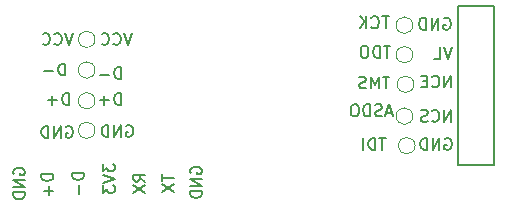
<source format=gbr>
%TF.GenerationSoftware,KiCad,Pcbnew,9.0.6*%
%TF.CreationDate,2025-12-15T15:35:09+00:00*%
%TF.ProjectId,_2 Blaster,a3322042-6c61-4737-9465-722e6b696361,rev?*%
%TF.SameCoordinates,Original*%
%TF.FileFunction,Legend,Bot*%
%TF.FilePolarity,Positive*%
%FSLAX46Y46*%
G04 Gerber Fmt 4.6, Leading zero omitted, Abs format (unit mm)*
G04 Created by KiCad (PCBNEW 9.0.6) date 2025-12-15 15:35:09*
%MOMM*%
%LPD*%
G01*
G04 APERTURE LIST*
%ADD10C,0.150000*%
%ADD11C,0.120000*%
G04 APERTURE END LIST*
D10*
X129563220Y-94869819D02*
X129563220Y-93869819D01*
X129563220Y-93869819D02*
X128991792Y-94869819D01*
X128991792Y-94869819D02*
X128991792Y-93869819D01*
X127944173Y-94774580D02*
X127991792Y-94822200D01*
X127991792Y-94822200D02*
X128134649Y-94869819D01*
X128134649Y-94869819D02*
X128229887Y-94869819D01*
X128229887Y-94869819D02*
X128372744Y-94822200D01*
X128372744Y-94822200D02*
X128467982Y-94726961D01*
X128467982Y-94726961D02*
X128515601Y-94631723D01*
X128515601Y-94631723D02*
X128563220Y-94441247D01*
X128563220Y-94441247D02*
X128563220Y-94298390D01*
X128563220Y-94298390D02*
X128515601Y-94107914D01*
X128515601Y-94107914D02*
X128467982Y-94012676D01*
X128467982Y-94012676D02*
X128372744Y-93917438D01*
X128372744Y-93917438D02*
X128229887Y-93869819D01*
X128229887Y-93869819D02*
X128134649Y-93869819D01*
X128134649Y-93869819D02*
X127991792Y-93917438D01*
X127991792Y-93917438D02*
X127944173Y-93965057D01*
X127515601Y-94346009D02*
X127182268Y-94346009D01*
X127039411Y-94869819D02*
X127515601Y-94869819D01*
X127515601Y-94869819D02*
X127515601Y-93869819D01*
X127515601Y-93869819D02*
X127039411Y-93869819D01*
X100054819Y-101361905D02*
X100054819Y-101980952D01*
X100054819Y-101980952D02*
X100435771Y-101647619D01*
X100435771Y-101647619D02*
X100435771Y-101790476D01*
X100435771Y-101790476D02*
X100483390Y-101885714D01*
X100483390Y-101885714D02*
X100531009Y-101933333D01*
X100531009Y-101933333D02*
X100626247Y-101980952D01*
X100626247Y-101980952D02*
X100864342Y-101980952D01*
X100864342Y-101980952D02*
X100959580Y-101933333D01*
X100959580Y-101933333D02*
X101007200Y-101885714D01*
X101007200Y-101885714D02*
X101054819Y-101790476D01*
X101054819Y-101790476D02*
X101054819Y-101504762D01*
X101054819Y-101504762D02*
X101007200Y-101409524D01*
X101007200Y-101409524D02*
X100959580Y-101361905D01*
X100054819Y-102266667D02*
X101054819Y-102600000D01*
X101054819Y-102600000D02*
X100054819Y-102933333D01*
X100054819Y-103171429D02*
X100054819Y-103790476D01*
X100054819Y-103790476D02*
X100435771Y-103457143D01*
X100435771Y-103457143D02*
X100435771Y-103600000D01*
X100435771Y-103600000D02*
X100483390Y-103695238D01*
X100483390Y-103695238D02*
X100531009Y-103742857D01*
X100531009Y-103742857D02*
X100626247Y-103790476D01*
X100626247Y-103790476D02*
X100864342Y-103790476D01*
X100864342Y-103790476D02*
X100959580Y-103742857D01*
X100959580Y-103742857D02*
X101007200Y-103695238D01*
X101007200Y-103695238D02*
X101054819Y-103600000D01*
X101054819Y-103600000D02*
X101054819Y-103314286D01*
X101054819Y-103314286D02*
X101007200Y-103219048D01*
X101007200Y-103219048D02*
X100959580Y-103171429D01*
X98454819Y-102119048D02*
X97454819Y-102119048D01*
X97454819Y-102119048D02*
X97454819Y-102357143D01*
X97454819Y-102357143D02*
X97502438Y-102500000D01*
X97502438Y-102500000D02*
X97597676Y-102595238D01*
X97597676Y-102595238D02*
X97692914Y-102642857D01*
X97692914Y-102642857D02*
X97883390Y-102690476D01*
X97883390Y-102690476D02*
X98026247Y-102690476D01*
X98026247Y-102690476D02*
X98216723Y-102642857D01*
X98216723Y-102642857D02*
X98311961Y-102595238D01*
X98311961Y-102595238D02*
X98407200Y-102500000D01*
X98407200Y-102500000D02*
X98454819Y-102357143D01*
X98454819Y-102357143D02*
X98454819Y-102119048D01*
X98073866Y-103119048D02*
X98073866Y-103880953D01*
X103654819Y-102833333D02*
X103178628Y-102500000D01*
X103654819Y-102261905D02*
X102654819Y-102261905D01*
X102654819Y-102261905D02*
X102654819Y-102642857D01*
X102654819Y-102642857D02*
X102702438Y-102738095D01*
X102702438Y-102738095D02*
X102750057Y-102785714D01*
X102750057Y-102785714D02*
X102845295Y-102833333D01*
X102845295Y-102833333D02*
X102988152Y-102833333D01*
X102988152Y-102833333D02*
X103083390Y-102785714D01*
X103083390Y-102785714D02*
X103131009Y-102738095D01*
X103131009Y-102738095D02*
X103178628Y-102642857D01*
X103178628Y-102642857D02*
X103178628Y-102261905D01*
X102654819Y-103166667D02*
X103654819Y-103833333D01*
X102654819Y-103833333D02*
X103654819Y-103166667D01*
X107502438Y-102138095D02*
X107454819Y-102042857D01*
X107454819Y-102042857D02*
X107454819Y-101900000D01*
X107454819Y-101900000D02*
X107502438Y-101757143D01*
X107502438Y-101757143D02*
X107597676Y-101661905D01*
X107597676Y-101661905D02*
X107692914Y-101614286D01*
X107692914Y-101614286D02*
X107883390Y-101566667D01*
X107883390Y-101566667D02*
X108026247Y-101566667D01*
X108026247Y-101566667D02*
X108216723Y-101614286D01*
X108216723Y-101614286D02*
X108311961Y-101661905D01*
X108311961Y-101661905D02*
X108407200Y-101757143D01*
X108407200Y-101757143D02*
X108454819Y-101900000D01*
X108454819Y-101900000D02*
X108454819Y-101995238D01*
X108454819Y-101995238D02*
X108407200Y-102138095D01*
X108407200Y-102138095D02*
X108359580Y-102185714D01*
X108359580Y-102185714D02*
X108026247Y-102185714D01*
X108026247Y-102185714D02*
X108026247Y-101995238D01*
X108454819Y-102614286D02*
X107454819Y-102614286D01*
X107454819Y-102614286D02*
X108454819Y-103185714D01*
X108454819Y-103185714D02*
X107454819Y-103185714D01*
X108454819Y-103661905D02*
X107454819Y-103661905D01*
X107454819Y-103661905D02*
X107454819Y-103900000D01*
X107454819Y-103900000D02*
X107502438Y-104042857D01*
X107502438Y-104042857D02*
X107597676Y-104138095D01*
X107597676Y-104138095D02*
X107692914Y-104185714D01*
X107692914Y-104185714D02*
X107883390Y-104233333D01*
X107883390Y-104233333D02*
X108026247Y-104233333D01*
X108026247Y-104233333D02*
X108216723Y-104185714D01*
X108216723Y-104185714D02*
X108311961Y-104138095D01*
X108311961Y-104138095D02*
X108407200Y-104042857D01*
X108407200Y-104042857D02*
X108454819Y-103900000D01*
X108454819Y-103900000D02*
X108454819Y-103661905D01*
X129563220Y-97769819D02*
X129563220Y-96769819D01*
X129563220Y-96769819D02*
X128991792Y-97769819D01*
X128991792Y-97769819D02*
X128991792Y-96769819D01*
X127944173Y-97674580D02*
X127991792Y-97722200D01*
X127991792Y-97722200D02*
X128134649Y-97769819D01*
X128134649Y-97769819D02*
X128229887Y-97769819D01*
X128229887Y-97769819D02*
X128372744Y-97722200D01*
X128372744Y-97722200D02*
X128467982Y-97626961D01*
X128467982Y-97626961D02*
X128515601Y-97531723D01*
X128515601Y-97531723D02*
X128563220Y-97341247D01*
X128563220Y-97341247D02*
X128563220Y-97198390D01*
X128563220Y-97198390D02*
X128515601Y-97007914D01*
X128515601Y-97007914D02*
X128467982Y-96912676D01*
X128467982Y-96912676D02*
X128372744Y-96817438D01*
X128372744Y-96817438D02*
X128229887Y-96769819D01*
X128229887Y-96769819D02*
X128134649Y-96769819D01*
X128134649Y-96769819D02*
X127991792Y-96817438D01*
X127991792Y-96817438D02*
X127944173Y-96865057D01*
X127563220Y-97722200D02*
X127420363Y-97769819D01*
X127420363Y-97769819D02*
X127182268Y-97769819D01*
X127182268Y-97769819D02*
X127087030Y-97722200D01*
X127087030Y-97722200D02*
X127039411Y-97674580D01*
X127039411Y-97674580D02*
X126991792Y-97579342D01*
X126991792Y-97579342D02*
X126991792Y-97484104D01*
X126991792Y-97484104D02*
X127039411Y-97388866D01*
X127039411Y-97388866D02*
X127087030Y-97341247D01*
X127087030Y-97341247D02*
X127182268Y-97293628D01*
X127182268Y-97293628D02*
X127372744Y-97246009D01*
X127372744Y-97246009D02*
X127467982Y-97198390D01*
X127467982Y-97198390D02*
X127515601Y-97150771D01*
X127515601Y-97150771D02*
X127563220Y-97055533D01*
X127563220Y-97055533D02*
X127563220Y-96960295D01*
X127563220Y-96960295D02*
X127515601Y-96865057D01*
X127515601Y-96865057D02*
X127467982Y-96817438D01*
X127467982Y-96817438D02*
X127372744Y-96769819D01*
X127372744Y-96769819D02*
X127134649Y-96769819D01*
X127134649Y-96769819D02*
X126991792Y-96817438D01*
X129039411Y-99217438D02*
X129134649Y-99169819D01*
X129134649Y-99169819D02*
X129277506Y-99169819D01*
X129277506Y-99169819D02*
X129420363Y-99217438D01*
X129420363Y-99217438D02*
X129515601Y-99312676D01*
X129515601Y-99312676D02*
X129563220Y-99407914D01*
X129563220Y-99407914D02*
X129610839Y-99598390D01*
X129610839Y-99598390D02*
X129610839Y-99741247D01*
X129610839Y-99741247D02*
X129563220Y-99931723D01*
X129563220Y-99931723D02*
X129515601Y-100026961D01*
X129515601Y-100026961D02*
X129420363Y-100122200D01*
X129420363Y-100122200D02*
X129277506Y-100169819D01*
X129277506Y-100169819D02*
X129182268Y-100169819D01*
X129182268Y-100169819D02*
X129039411Y-100122200D01*
X129039411Y-100122200D02*
X128991792Y-100074580D01*
X128991792Y-100074580D02*
X128991792Y-99741247D01*
X128991792Y-99741247D02*
X129182268Y-99741247D01*
X128563220Y-100169819D02*
X128563220Y-99169819D01*
X128563220Y-99169819D02*
X127991792Y-100169819D01*
X127991792Y-100169819D02*
X127991792Y-99169819D01*
X127515601Y-100169819D02*
X127515601Y-99169819D01*
X127515601Y-99169819D02*
X127277506Y-99169819D01*
X127277506Y-99169819D02*
X127134649Y-99217438D01*
X127134649Y-99217438D02*
X127039411Y-99312676D01*
X127039411Y-99312676D02*
X126991792Y-99407914D01*
X126991792Y-99407914D02*
X126944173Y-99598390D01*
X126944173Y-99598390D02*
X126944173Y-99741247D01*
X126944173Y-99741247D02*
X126991792Y-99931723D01*
X126991792Y-99931723D02*
X127039411Y-100026961D01*
X127039411Y-100026961D02*
X127134649Y-100122200D01*
X127134649Y-100122200D02*
X127277506Y-100169819D01*
X127277506Y-100169819D02*
X127515601Y-100169819D01*
X129606077Y-91469819D02*
X129272744Y-92469819D01*
X129272744Y-92469819D02*
X128939411Y-91469819D01*
X128129887Y-92469819D02*
X128606077Y-92469819D01*
X128606077Y-92469819D02*
X128606077Y-91469819D01*
X95854819Y-102219048D02*
X94854819Y-102219048D01*
X94854819Y-102219048D02*
X94854819Y-102457143D01*
X94854819Y-102457143D02*
X94902438Y-102600000D01*
X94902438Y-102600000D02*
X94997676Y-102695238D01*
X94997676Y-102695238D02*
X95092914Y-102742857D01*
X95092914Y-102742857D02*
X95283390Y-102790476D01*
X95283390Y-102790476D02*
X95426247Y-102790476D01*
X95426247Y-102790476D02*
X95616723Y-102742857D01*
X95616723Y-102742857D02*
X95711961Y-102695238D01*
X95711961Y-102695238D02*
X95807200Y-102600000D01*
X95807200Y-102600000D02*
X95854819Y-102457143D01*
X95854819Y-102457143D02*
X95854819Y-102219048D01*
X95473866Y-103219048D02*
X95473866Y-103980953D01*
X95854819Y-103600000D02*
X95092914Y-103600000D01*
X128939411Y-89017438D02*
X129034649Y-88969819D01*
X129034649Y-88969819D02*
X129177506Y-88969819D01*
X129177506Y-88969819D02*
X129320363Y-89017438D01*
X129320363Y-89017438D02*
X129415601Y-89112676D01*
X129415601Y-89112676D02*
X129463220Y-89207914D01*
X129463220Y-89207914D02*
X129510839Y-89398390D01*
X129510839Y-89398390D02*
X129510839Y-89541247D01*
X129510839Y-89541247D02*
X129463220Y-89731723D01*
X129463220Y-89731723D02*
X129415601Y-89826961D01*
X129415601Y-89826961D02*
X129320363Y-89922200D01*
X129320363Y-89922200D02*
X129177506Y-89969819D01*
X129177506Y-89969819D02*
X129082268Y-89969819D01*
X129082268Y-89969819D02*
X128939411Y-89922200D01*
X128939411Y-89922200D02*
X128891792Y-89874580D01*
X128891792Y-89874580D02*
X128891792Y-89541247D01*
X128891792Y-89541247D02*
X129082268Y-89541247D01*
X128463220Y-89969819D02*
X128463220Y-88969819D01*
X128463220Y-88969819D02*
X127891792Y-89969819D01*
X127891792Y-89969819D02*
X127891792Y-88969819D01*
X127415601Y-89969819D02*
X127415601Y-88969819D01*
X127415601Y-88969819D02*
X127177506Y-88969819D01*
X127177506Y-88969819D02*
X127034649Y-89017438D01*
X127034649Y-89017438D02*
X126939411Y-89112676D01*
X126939411Y-89112676D02*
X126891792Y-89207914D01*
X126891792Y-89207914D02*
X126844173Y-89398390D01*
X126844173Y-89398390D02*
X126844173Y-89541247D01*
X126844173Y-89541247D02*
X126891792Y-89731723D01*
X126891792Y-89731723D02*
X126939411Y-89826961D01*
X126939411Y-89826961D02*
X127034649Y-89922200D01*
X127034649Y-89922200D02*
X127177506Y-89969819D01*
X127177506Y-89969819D02*
X127415601Y-89969819D01*
X105071194Y-102238095D02*
X105071194Y-102809523D01*
X106071194Y-102523809D02*
X105071194Y-102523809D01*
X105071194Y-103047619D02*
X106071194Y-103714285D01*
X105071194Y-103714285D02*
X106071194Y-103047619D01*
X92502438Y-102238095D02*
X92454819Y-102142857D01*
X92454819Y-102142857D02*
X92454819Y-102000000D01*
X92454819Y-102000000D02*
X92502438Y-101857143D01*
X92502438Y-101857143D02*
X92597676Y-101761905D01*
X92597676Y-101761905D02*
X92692914Y-101714286D01*
X92692914Y-101714286D02*
X92883390Y-101666667D01*
X92883390Y-101666667D02*
X93026247Y-101666667D01*
X93026247Y-101666667D02*
X93216723Y-101714286D01*
X93216723Y-101714286D02*
X93311961Y-101761905D01*
X93311961Y-101761905D02*
X93407200Y-101857143D01*
X93407200Y-101857143D02*
X93454819Y-102000000D01*
X93454819Y-102000000D02*
X93454819Y-102095238D01*
X93454819Y-102095238D02*
X93407200Y-102238095D01*
X93407200Y-102238095D02*
X93359580Y-102285714D01*
X93359580Y-102285714D02*
X93026247Y-102285714D01*
X93026247Y-102285714D02*
X93026247Y-102095238D01*
X93454819Y-102714286D02*
X92454819Y-102714286D01*
X92454819Y-102714286D02*
X93454819Y-103285714D01*
X93454819Y-103285714D02*
X92454819Y-103285714D01*
X93454819Y-103761905D02*
X92454819Y-103761905D01*
X92454819Y-103761905D02*
X92454819Y-104000000D01*
X92454819Y-104000000D02*
X92502438Y-104142857D01*
X92502438Y-104142857D02*
X92597676Y-104238095D01*
X92597676Y-104238095D02*
X92692914Y-104285714D01*
X92692914Y-104285714D02*
X92883390Y-104333333D01*
X92883390Y-104333333D02*
X93026247Y-104333333D01*
X93026247Y-104333333D02*
X93216723Y-104285714D01*
X93216723Y-104285714D02*
X93311961Y-104238095D01*
X93311961Y-104238095D02*
X93407200Y-104142857D01*
X93407200Y-104142857D02*
X93454819Y-104000000D01*
X93454819Y-104000000D02*
X93454819Y-103761905D01*
X124333332Y-93954819D02*
X123761904Y-93954819D01*
X124047618Y-94954819D02*
X124047618Y-93954819D01*
X123428570Y-94954819D02*
X123428570Y-93954819D01*
X123428570Y-93954819D02*
X123095237Y-94669104D01*
X123095237Y-94669104D02*
X122761904Y-93954819D01*
X122761904Y-93954819D02*
X122761904Y-94954819D01*
X122333332Y-94907200D02*
X122190475Y-94954819D01*
X122190475Y-94954819D02*
X121952380Y-94954819D01*
X121952380Y-94954819D02*
X121857142Y-94907200D01*
X121857142Y-94907200D02*
X121809523Y-94859580D01*
X121809523Y-94859580D02*
X121761904Y-94764342D01*
X121761904Y-94764342D02*
X121761904Y-94669104D01*
X121761904Y-94669104D02*
X121809523Y-94573866D01*
X121809523Y-94573866D02*
X121857142Y-94526247D01*
X121857142Y-94526247D02*
X121952380Y-94478628D01*
X121952380Y-94478628D02*
X122142856Y-94431009D01*
X122142856Y-94431009D02*
X122238094Y-94383390D01*
X122238094Y-94383390D02*
X122285713Y-94335771D01*
X122285713Y-94335771D02*
X122333332Y-94240533D01*
X122333332Y-94240533D02*
X122333332Y-94145295D01*
X122333332Y-94145295D02*
X122285713Y-94050057D01*
X122285713Y-94050057D02*
X122238094Y-94002438D01*
X122238094Y-94002438D02*
X122142856Y-93954819D01*
X122142856Y-93954819D02*
X121904761Y-93954819D01*
X121904761Y-93954819D02*
X121761904Y-94002438D01*
X124538094Y-97019104D02*
X124061904Y-97019104D01*
X124633332Y-97304819D02*
X124299999Y-96304819D01*
X124299999Y-96304819D02*
X123966666Y-97304819D01*
X123680951Y-97257200D02*
X123538094Y-97304819D01*
X123538094Y-97304819D02*
X123299999Y-97304819D01*
X123299999Y-97304819D02*
X123204761Y-97257200D01*
X123204761Y-97257200D02*
X123157142Y-97209580D01*
X123157142Y-97209580D02*
X123109523Y-97114342D01*
X123109523Y-97114342D02*
X123109523Y-97019104D01*
X123109523Y-97019104D02*
X123157142Y-96923866D01*
X123157142Y-96923866D02*
X123204761Y-96876247D01*
X123204761Y-96876247D02*
X123299999Y-96828628D01*
X123299999Y-96828628D02*
X123490475Y-96781009D01*
X123490475Y-96781009D02*
X123585713Y-96733390D01*
X123585713Y-96733390D02*
X123633332Y-96685771D01*
X123633332Y-96685771D02*
X123680951Y-96590533D01*
X123680951Y-96590533D02*
X123680951Y-96495295D01*
X123680951Y-96495295D02*
X123633332Y-96400057D01*
X123633332Y-96400057D02*
X123585713Y-96352438D01*
X123585713Y-96352438D02*
X123490475Y-96304819D01*
X123490475Y-96304819D02*
X123252380Y-96304819D01*
X123252380Y-96304819D02*
X123109523Y-96352438D01*
X122680951Y-97304819D02*
X122680951Y-96304819D01*
X122680951Y-96304819D02*
X122442856Y-96304819D01*
X122442856Y-96304819D02*
X122299999Y-96352438D01*
X122299999Y-96352438D02*
X122204761Y-96447676D01*
X122204761Y-96447676D02*
X122157142Y-96542914D01*
X122157142Y-96542914D02*
X122109523Y-96733390D01*
X122109523Y-96733390D02*
X122109523Y-96876247D01*
X122109523Y-96876247D02*
X122157142Y-97066723D01*
X122157142Y-97066723D02*
X122204761Y-97161961D01*
X122204761Y-97161961D02*
X122299999Y-97257200D01*
X122299999Y-97257200D02*
X122442856Y-97304819D01*
X122442856Y-97304819D02*
X122680951Y-97304819D01*
X121490475Y-96304819D02*
X121299999Y-96304819D01*
X121299999Y-96304819D02*
X121204761Y-96352438D01*
X121204761Y-96352438D02*
X121109523Y-96447676D01*
X121109523Y-96447676D02*
X121061904Y-96638152D01*
X121061904Y-96638152D02*
X121061904Y-96971485D01*
X121061904Y-96971485D02*
X121109523Y-97161961D01*
X121109523Y-97161961D02*
X121204761Y-97257200D01*
X121204761Y-97257200D02*
X121299999Y-97304819D01*
X121299999Y-97304819D02*
X121490475Y-97304819D01*
X121490475Y-97304819D02*
X121585713Y-97257200D01*
X121585713Y-97257200D02*
X121680951Y-97161961D01*
X121680951Y-97161961D02*
X121728570Y-96971485D01*
X121728570Y-96971485D02*
X121728570Y-96638152D01*
X121728570Y-96638152D02*
X121680951Y-96447676D01*
X121680951Y-96447676D02*
X121585713Y-96352438D01*
X121585713Y-96352438D02*
X121490475Y-96304819D01*
X101580951Y-94154819D02*
X101580951Y-93154819D01*
X101580951Y-93154819D02*
X101342856Y-93154819D01*
X101342856Y-93154819D02*
X101199999Y-93202438D01*
X101199999Y-93202438D02*
X101104761Y-93297676D01*
X101104761Y-93297676D02*
X101057142Y-93392914D01*
X101057142Y-93392914D02*
X101009523Y-93583390D01*
X101009523Y-93583390D02*
X101009523Y-93726247D01*
X101009523Y-93726247D02*
X101057142Y-93916723D01*
X101057142Y-93916723D02*
X101104761Y-94011961D01*
X101104761Y-94011961D02*
X101199999Y-94107200D01*
X101199999Y-94107200D02*
X101342856Y-94154819D01*
X101342856Y-94154819D02*
X101580951Y-94154819D01*
X100580951Y-93773866D02*
X99819047Y-93773866D01*
X96880951Y-93854819D02*
X96880951Y-92854819D01*
X96880951Y-92854819D02*
X96642856Y-92854819D01*
X96642856Y-92854819D02*
X96499999Y-92902438D01*
X96499999Y-92902438D02*
X96404761Y-92997676D01*
X96404761Y-92997676D02*
X96357142Y-93092914D01*
X96357142Y-93092914D02*
X96309523Y-93283390D01*
X96309523Y-93283390D02*
X96309523Y-93426247D01*
X96309523Y-93426247D02*
X96357142Y-93616723D01*
X96357142Y-93616723D02*
X96404761Y-93711961D01*
X96404761Y-93711961D02*
X96499999Y-93807200D01*
X96499999Y-93807200D02*
X96642856Y-93854819D01*
X96642856Y-93854819D02*
X96880951Y-93854819D01*
X95880951Y-93473866D02*
X95119047Y-93473866D01*
X102533332Y-90254819D02*
X102199999Y-91254819D01*
X102199999Y-91254819D02*
X101866666Y-90254819D01*
X100961904Y-91159580D02*
X101009523Y-91207200D01*
X101009523Y-91207200D02*
X101152380Y-91254819D01*
X101152380Y-91254819D02*
X101247618Y-91254819D01*
X101247618Y-91254819D02*
X101390475Y-91207200D01*
X101390475Y-91207200D02*
X101485713Y-91111961D01*
X101485713Y-91111961D02*
X101533332Y-91016723D01*
X101533332Y-91016723D02*
X101580951Y-90826247D01*
X101580951Y-90826247D02*
X101580951Y-90683390D01*
X101580951Y-90683390D02*
X101533332Y-90492914D01*
X101533332Y-90492914D02*
X101485713Y-90397676D01*
X101485713Y-90397676D02*
X101390475Y-90302438D01*
X101390475Y-90302438D02*
X101247618Y-90254819D01*
X101247618Y-90254819D02*
X101152380Y-90254819D01*
X101152380Y-90254819D02*
X101009523Y-90302438D01*
X101009523Y-90302438D02*
X100961904Y-90350057D01*
X99961904Y-91159580D02*
X100009523Y-91207200D01*
X100009523Y-91207200D02*
X100152380Y-91254819D01*
X100152380Y-91254819D02*
X100247618Y-91254819D01*
X100247618Y-91254819D02*
X100390475Y-91207200D01*
X100390475Y-91207200D02*
X100485713Y-91111961D01*
X100485713Y-91111961D02*
X100533332Y-91016723D01*
X100533332Y-91016723D02*
X100580951Y-90826247D01*
X100580951Y-90826247D02*
X100580951Y-90683390D01*
X100580951Y-90683390D02*
X100533332Y-90492914D01*
X100533332Y-90492914D02*
X100485713Y-90397676D01*
X100485713Y-90397676D02*
X100390475Y-90302438D01*
X100390475Y-90302438D02*
X100247618Y-90254819D01*
X100247618Y-90254819D02*
X100152380Y-90254819D01*
X100152380Y-90254819D02*
X100009523Y-90302438D01*
X100009523Y-90302438D02*
X99961904Y-90350057D01*
X97533332Y-90254819D02*
X97199999Y-91254819D01*
X97199999Y-91254819D02*
X96866666Y-90254819D01*
X95961904Y-91159580D02*
X96009523Y-91207200D01*
X96009523Y-91207200D02*
X96152380Y-91254819D01*
X96152380Y-91254819D02*
X96247618Y-91254819D01*
X96247618Y-91254819D02*
X96390475Y-91207200D01*
X96390475Y-91207200D02*
X96485713Y-91111961D01*
X96485713Y-91111961D02*
X96533332Y-91016723D01*
X96533332Y-91016723D02*
X96580951Y-90826247D01*
X96580951Y-90826247D02*
X96580951Y-90683390D01*
X96580951Y-90683390D02*
X96533332Y-90492914D01*
X96533332Y-90492914D02*
X96485713Y-90397676D01*
X96485713Y-90397676D02*
X96390475Y-90302438D01*
X96390475Y-90302438D02*
X96247618Y-90254819D01*
X96247618Y-90254819D02*
X96152380Y-90254819D01*
X96152380Y-90254819D02*
X96009523Y-90302438D01*
X96009523Y-90302438D02*
X95961904Y-90350057D01*
X94961904Y-91159580D02*
X95009523Y-91207200D01*
X95009523Y-91207200D02*
X95152380Y-91254819D01*
X95152380Y-91254819D02*
X95247618Y-91254819D01*
X95247618Y-91254819D02*
X95390475Y-91207200D01*
X95390475Y-91207200D02*
X95485713Y-91111961D01*
X95485713Y-91111961D02*
X95533332Y-91016723D01*
X95533332Y-91016723D02*
X95580951Y-90826247D01*
X95580951Y-90826247D02*
X95580951Y-90683390D01*
X95580951Y-90683390D02*
X95533332Y-90492914D01*
X95533332Y-90492914D02*
X95485713Y-90397676D01*
X95485713Y-90397676D02*
X95390475Y-90302438D01*
X95390475Y-90302438D02*
X95247618Y-90254819D01*
X95247618Y-90254819D02*
X95152380Y-90254819D01*
X95152380Y-90254819D02*
X95009523Y-90302438D01*
X95009523Y-90302438D02*
X94961904Y-90350057D01*
X102061904Y-98102438D02*
X102157142Y-98054819D01*
X102157142Y-98054819D02*
X102299999Y-98054819D01*
X102299999Y-98054819D02*
X102442856Y-98102438D01*
X102442856Y-98102438D02*
X102538094Y-98197676D01*
X102538094Y-98197676D02*
X102585713Y-98292914D01*
X102585713Y-98292914D02*
X102633332Y-98483390D01*
X102633332Y-98483390D02*
X102633332Y-98626247D01*
X102633332Y-98626247D02*
X102585713Y-98816723D01*
X102585713Y-98816723D02*
X102538094Y-98911961D01*
X102538094Y-98911961D02*
X102442856Y-99007200D01*
X102442856Y-99007200D02*
X102299999Y-99054819D01*
X102299999Y-99054819D02*
X102204761Y-99054819D01*
X102204761Y-99054819D02*
X102061904Y-99007200D01*
X102061904Y-99007200D02*
X102014285Y-98959580D01*
X102014285Y-98959580D02*
X102014285Y-98626247D01*
X102014285Y-98626247D02*
X102204761Y-98626247D01*
X101585713Y-99054819D02*
X101585713Y-98054819D01*
X101585713Y-98054819D02*
X101014285Y-99054819D01*
X101014285Y-99054819D02*
X101014285Y-98054819D01*
X100538094Y-99054819D02*
X100538094Y-98054819D01*
X100538094Y-98054819D02*
X100299999Y-98054819D01*
X100299999Y-98054819D02*
X100157142Y-98102438D01*
X100157142Y-98102438D02*
X100061904Y-98197676D01*
X100061904Y-98197676D02*
X100014285Y-98292914D01*
X100014285Y-98292914D02*
X99966666Y-98483390D01*
X99966666Y-98483390D02*
X99966666Y-98626247D01*
X99966666Y-98626247D02*
X100014285Y-98816723D01*
X100014285Y-98816723D02*
X100061904Y-98911961D01*
X100061904Y-98911961D02*
X100157142Y-99007200D01*
X100157142Y-99007200D02*
X100299999Y-99054819D01*
X100299999Y-99054819D02*
X100538094Y-99054819D01*
X96961904Y-98202438D02*
X97057142Y-98154819D01*
X97057142Y-98154819D02*
X97199999Y-98154819D01*
X97199999Y-98154819D02*
X97342856Y-98202438D01*
X97342856Y-98202438D02*
X97438094Y-98297676D01*
X97438094Y-98297676D02*
X97485713Y-98392914D01*
X97485713Y-98392914D02*
X97533332Y-98583390D01*
X97533332Y-98583390D02*
X97533332Y-98726247D01*
X97533332Y-98726247D02*
X97485713Y-98916723D01*
X97485713Y-98916723D02*
X97438094Y-99011961D01*
X97438094Y-99011961D02*
X97342856Y-99107200D01*
X97342856Y-99107200D02*
X97199999Y-99154819D01*
X97199999Y-99154819D02*
X97104761Y-99154819D01*
X97104761Y-99154819D02*
X96961904Y-99107200D01*
X96961904Y-99107200D02*
X96914285Y-99059580D01*
X96914285Y-99059580D02*
X96914285Y-98726247D01*
X96914285Y-98726247D02*
X97104761Y-98726247D01*
X96485713Y-99154819D02*
X96485713Y-98154819D01*
X96485713Y-98154819D02*
X95914285Y-99154819D01*
X95914285Y-99154819D02*
X95914285Y-98154819D01*
X95438094Y-99154819D02*
X95438094Y-98154819D01*
X95438094Y-98154819D02*
X95199999Y-98154819D01*
X95199999Y-98154819D02*
X95057142Y-98202438D01*
X95057142Y-98202438D02*
X94961904Y-98297676D01*
X94961904Y-98297676D02*
X94914285Y-98392914D01*
X94914285Y-98392914D02*
X94866666Y-98583390D01*
X94866666Y-98583390D02*
X94866666Y-98726247D01*
X94866666Y-98726247D02*
X94914285Y-98916723D01*
X94914285Y-98916723D02*
X94961904Y-99011961D01*
X94961904Y-99011961D02*
X95057142Y-99107200D01*
X95057142Y-99107200D02*
X95199999Y-99154819D01*
X95199999Y-99154819D02*
X95438094Y-99154819D01*
X124285713Y-88854819D02*
X123714285Y-88854819D01*
X123999999Y-89854819D02*
X123999999Y-88854819D01*
X122809523Y-89759580D02*
X122857142Y-89807200D01*
X122857142Y-89807200D02*
X122999999Y-89854819D01*
X122999999Y-89854819D02*
X123095237Y-89854819D01*
X123095237Y-89854819D02*
X123238094Y-89807200D01*
X123238094Y-89807200D02*
X123333332Y-89711961D01*
X123333332Y-89711961D02*
X123380951Y-89616723D01*
X123380951Y-89616723D02*
X123428570Y-89426247D01*
X123428570Y-89426247D02*
X123428570Y-89283390D01*
X123428570Y-89283390D02*
X123380951Y-89092914D01*
X123380951Y-89092914D02*
X123333332Y-88997676D01*
X123333332Y-88997676D02*
X123238094Y-88902438D01*
X123238094Y-88902438D02*
X123095237Y-88854819D01*
X123095237Y-88854819D02*
X122999999Y-88854819D01*
X122999999Y-88854819D02*
X122857142Y-88902438D01*
X122857142Y-88902438D02*
X122809523Y-88950057D01*
X122380951Y-89854819D02*
X122380951Y-88854819D01*
X121809523Y-89854819D02*
X122238094Y-89283390D01*
X121809523Y-88854819D02*
X122380951Y-89426247D01*
X124023808Y-99154819D02*
X123452380Y-99154819D01*
X123738094Y-100154819D02*
X123738094Y-99154819D01*
X123119046Y-100154819D02*
X123119046Y-99154819D01*
X123119046Y-99154819D02*
X122880951Y-99154819D01*
X122880951Y-99154819D02*
X122738094Y-99202438D01*
X122738094Y-99202438D02*
X122642856Y-99297676D01*
X122642856Y-99297676D02*
X122595237Y-99392914D01*
X122595237Y-99392914D02*
X122547618Y-99583390D01*
X122547618Y-99583390D02*
X122547618Y-99726247D01*
X122547618Y-99726247D02*
X122595237Y-99916723D01*
X122595237Y-99916723D02*
X122642856Y-100011961D01*
X122642856Y-100011961D02*
X122738094Y-100107200D01*
X122738094Y-100107200D02*
X122880951Y-100154819D01*
X122880951Y-100154819D02*
X123119046Y-100154819D01*
X122119046Y-100154819D02*
X122119046Y-99154819D01*
X101580951Y-96354819D02*
X101580951Y-95354819D01*
X101580951Y-95354819D02*
X101342856Y-95354819D01*
X101342856Y-95354819D02*
X101199999Y-95402438D01*
X101199999Y-95402438D02*
X101104761Y-95497676D01*
X101104761Y-95497676D02*
X101057142Y-95592914D01*
X101057142Y-95592914D02*
X101009523Y-95783390D01*
X101009523Y-95783390D02*
X101009523Y-95926247D01*
X101009523Y-95926247D02*
X101057142Y-96116723D01*
X101057142Y-96116723D02*
X101104761Y-96211961D01*
X101104761Y-96211961D02*
X101199999Y-96307200D01*
X101199999Y-96307200D02*
X101342856Y-96354819D01*
X101342856Y-96354819D02*
X101580951Y-96354819D01*
X100580951Y-95973866D02*
X99819047Y-95973866D01*
X100199999Y-96354819D02*
X100199999Y-95592914D01*
X97180951Y-96354819D02*
X97180951Y-95354819D01*
X97180951Y-95354819D02*
X96942856Y-95354819D01*
X96942856Y-95354819D02*
X96799999Y-95402438D01*
X96799999Y-95402438D02*
X96704761Y-95497676D01*
X96704761Y-95497676D02*
X96657142Y-95592914D01*
X96657142Y-95592914D02*
X96609523Y-95783390D01*
X96609523Y-95783390D02*
X96609523Y-95926247D01*
X96609523Y-95926247D02*
X96657142Y-96116723D01*
X96657142Y-96116723D02*
X96704761Y-96211961D01*
X96704761Y-96211961D02*
X96799999Y-96307200D01*
X96799999Y-96307200D02*
X96942856Y-96354819D01*
X96942856Y-96354819D02*
X97180951Y-96354819D01*
X96180951Y-95973866D02*
X95419047Y-95973866D01*
X95799999Y-96354819D02*
X95799999Y-95592914D01*
X124409523Y-91354819D02*
X123838095Y-91354819D01*
X124123809Y-92354819D02*
X124123809Y-91354819D01*
X123504761Y-92354819D02*
X123504761Y-91354819D01*
X123504761Y-91354819D02*
X123266666Y-91354819D01*
X123266666Y-91354819D02*
X123123809Y-91402438D01*
X123123809Y-91402438D02*
X123028571Y-91497676D01*
X123028571Y-91497676D02*
X122980952Y-91592914D01*
X122980952Y-91592914D02*
X122933333Y-91783390D01*
X122933333Y-91783390D02*
X122933333Y-91926247D01*
X122933333Y-91926247D02*
X122980952Y-92116723D01*
X122980952Y-92116723D02*
X123028571Y-92211961D01*
X123028571Y-92211961D02*
X123123809Y-92307200D01*
X123123809Y-92307200D02*
X123266666Y-92354819D01*
X123266666Y-92354819D02*
X123504761Y-92354819D01*
X122314285Y-91354819D02*
X122123809Y-91354819D01*
X122123809Y-91354819D02*
X122028571Y-91402438D01*
X122028571Y-91402438D02*
X121933333Y-91497676D01*
X121933333Y-91497676D02*
X121885714Y-91688152D01*
X121885714Y-91688152D02*
X121885714Y-92021485D01*
X121885714Y-92021485D02*
X121933333Y-92211961D01*
X121933333Y-92211961D02*
X122028571Y-92307200D01*
X122028571Y-92307200D02*
X122123809Y-92354819D01*
X122123809Y-92354819D02*
X122314285Y-92354819D01*
X122314285Y-92354819D02*
X122409523Y-92307200D01*
X122409523Y-92307200D02*
X122504761Y-92211961D01*
X122504761Y-92211961D02*
X122552380Y-92021485D01*
X122552380Y-92021485D02*
X122552380Y-91688152D01*
X122552380Y-91688152D02*
X122504761Y-91497676D01*
X122504761Y-91497676D02*
X122409523Y-91402438D01*
X122409523Y-91402438D02*
X122314285Y-91354819D01*
%TO.C,JTAG1*%
X130167250Y-87941675D02*
X133167250Y-87941675D01*
X130167250Y-101421675D02*
X130167250Y-87941675D01*
X130167250Y-101421675D02*
X133167250Y-101421675D01*
X133167250Y-87941675D02*
X133167250Y-101421675D01*
D11*
%TO.C,TP7*%
X126400000Y-94600000D02*
G75*
G02*
X125000000Y-94600000I-700000J0D01*
G01*
X125000000Y-94600000D02*
G75*
G02*
X126400000Y-94600000I700000J0D01*
G01*
%TO.C,TP8*%
X126300000Y-97300000D02*
G75*
G02*
X124900000Y-97300000I-700000J0D01*
G01*
X124900000Y-97300000D02*
G75*
G02*
X126300000Y-97300000I700000J0D01*
G01*
%TO.C,TP2*%
X99400000Y-93400000D02*
G75*
G02*
X98000000Y-93400000I-700000J0D01*
G01*
X98000000Y-93400000D02*
G75*
G02*
X99400000Y-93400000I700000J0D01*
G01*
%TO.C,TP1*%
X99400000Y-90800000D02*
G75*
G02*
X98000000Y-90800000I-700000J0D01*
G01*
X98000000Y-90800000D02*
G75*
G02*
X99400000Y-90800000I700000J0D01*
G01*
%TO.C,TP4*%
X99400000Y-98500000D02*
G75*
G02*
X98000000Y-98500000I-700000J0D01*
G01*
X98000000Y-98500000D02*
G75*
G02*
X99400000Y-98500000I700000J0D01*
G01*
%TO.C,TP5*%
X126300000Y-89600000D02*
G75*
G02*
X124900000Y-89600000I-700000J0D01*
G01*
X124900000Y-89600000D02*
G75*
G02*
X126300000Y-89600000I700000J0D01*
G01*
%TO.C,TP9*%
X126500000Y-99800000D02*
G75*
G02*
X125100000Y-99800000I-700000J0D01*
G01*
X125100000Y-99800000D02*
G75*
G02*
X126500000Y-99800000I700000J0D01*
G01*
%TO.C,TP3*%
X99400000Y-96000000D02*
G75*
G02*
X98000000Y-96000000I-700000J0D01*
G01*
X98000000Y-96000000D02*
G75*
G02*
X99400000Y-96000000I700000J0D01*
G01*
%TO.C,TP6*%
X126300000Y-92100000D02*
G75*
G02*
X124900000Y-92100000I-700000J0D01*
G01*
X124900000Y-92100000D02*
G75*
G02*
X126300000Y-92100000I700000J0D01*
G01*
%TD*%
M02*

</source>
